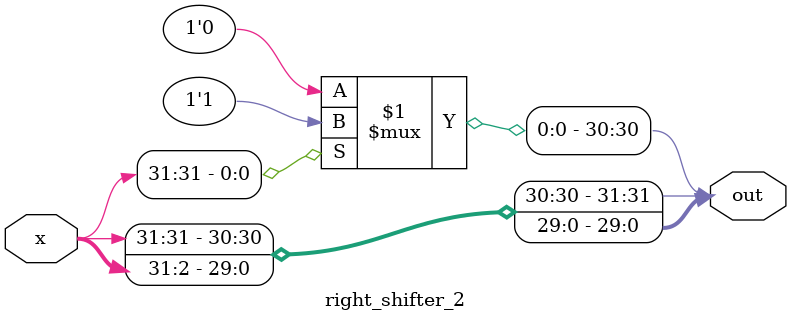
<source format=v>
module right_shifter_2(x, out);
    input [31:0] x;
    output [31:0] out;

    assign out[29:0] = x[31:2];
    assign out[30] = x[31] ? 1'b1 : 1'b0;
    assign out[31] = x[31];

endmodule
</source>
